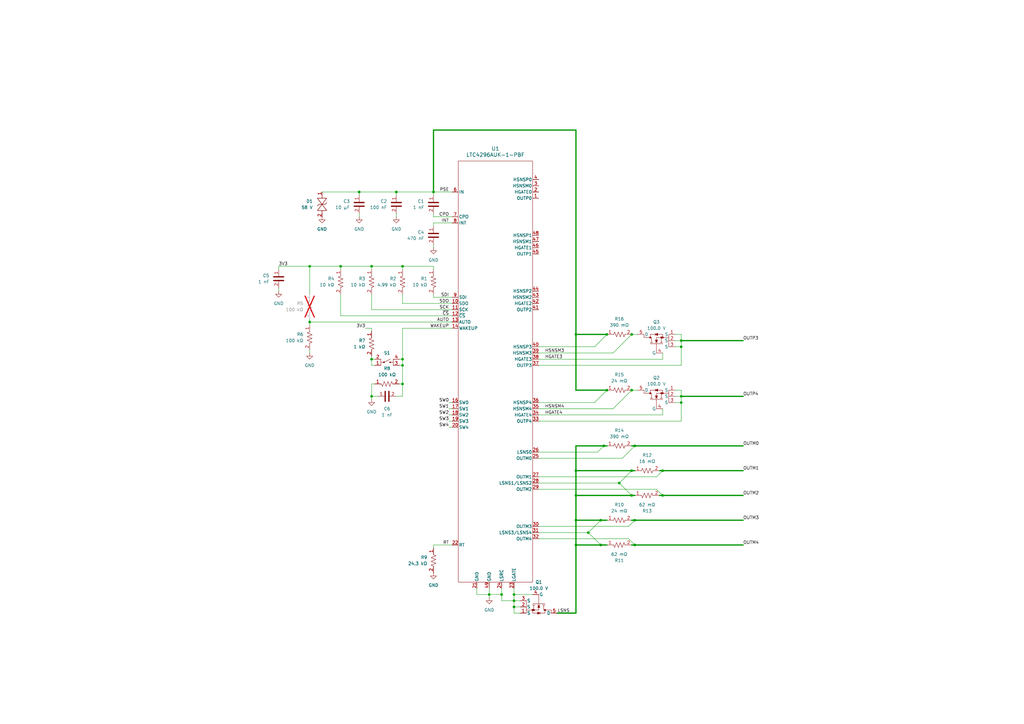
<source format=kicad_sch>
(kicad_sch (version 20250114) (generator "eeschema") (generator_version "9.0")
  (paper "A3")
  (lib_symbols
    (symbol "CAPACITORS_C1005X5R1E_DATA_BASE:C_C1005X5R1E474K050BB" (pin_names (offset 0.254))
      (property "Reference" "C" (at 0 5.08 0))
      (property "Value" "470 nF" (at 0 -5.08 0))
      (symbol "C_C1005X5R1E474K050BB_1_1"
        (pin passive line (at -3.81 0 0) (length 2.8) (name "") (number "1"))
        (pin passive line (at 3.81 0 180) (length 2.8) (name "") (number "2"))
      )
    )
    (symbol "CAPACITORS_C1005X7S2A_DATA_BASE:C_C1005X7S2A102K050BB" (pin_names (offset 0.254))
      (property "Reference" "C" (at 0 5.08 0))
      (property "Value" "1 nF" (at 0 -5.08 0))
      (symbol "C_C1005X7S2A102K050BB_1_1"
        (pin passive line (at -3.81 0 0) (length 2.8) (name "") (number "1"))
        (pin passive line (at 3.81 0 180) (length 2.8) (name "") (number "2"))
      )
    )
    (symbol "CAPACITORS_C1608X7S2A_DATA_BASE:C_C1608X7S2A104K080AB" (pin_names (offset 0.254))
      (property "Reference" "C" (at 0 5.08 0))
      (property "Value" "100 nF" (at 0 -5.08 0))
      (symbol "C_C1608X7S2A104K080AB_1_1"
        (pin passive line (at -3.81 0 0) (length 2.8) (name "") (number "1"))
        (pin passive line (at 3.81 0 180) (length 2.8) (name "") (number "2"))
      )
    )
    (symbol "CAPACITORS_GCM155R71H_DATA_BASE:C_GCM155R71H102KA37D" (pin_names (offset 0.254))
      (property "Reference" "C" (at 0 5.08 0))
      (property "Value" "1 nF" (at 0 -5.08 0))
      (symbol "C_GCM155R71H102KA37D_1_1"
        (pin passive line (at -3.81 0 0) (length 2.8) (name "") (number "1"))
        (pin passive line (at 3.81 0 180) (length 2.8) (name "") (number "2"))
      )
    )
    (symbol "CAPACITORS_GRM32EC72A_DATA_BASE:C_GRM32EC72A106KE05L" (pin_names (offset 0.254))
      (property "Reference" "C" (at 0 5.08 0))
      (property "Value" "10 µF" (at 0 -5.08 0))
      (symbol "C_GRM32EC72A106KE05L_1_1"
        (pin passive line (at -3.81 0 0) (length 2.8) (name "") (number "1"))
        (pin passive line (at 3.81 0 180) (length 2.8) (name "") (number "2"))
      )
    )
    (symbol "DIODES_SMBJ_DATA_BASE:D_SMBJ58CA" (pin_names (offset 0.254))
      (property "Reference" "D" (at 0 5.08 0))
      (property "Value" "58 V" (at 0 -5.08 0))
      (symbol "D_SMBJ58CA_1_0"
        (pin passive line (at -5.08 0 0) (length 1.27) (name "") (number "2"))
        (pin passive line (at 5.08 0 180) (length 1.27) (name "") (number "1"))
      )
    )
    (symbol "RESISTORS_ERJ-2RKF_DATA_BASE:R_ERJ-2RKF1001X" (pin_names (offset 0.254))
      (property "Reference" "R" (at 0 2.54 0))
      (property "Value" "1 kΩ" (at 0 -2.54 0))
      (symbol "R_ERJ-2RKF1001X_1_1"
        (pin passive line (at -5.08 0 0) (length 2.54) (name "") (number "1"))
        (pin passive line (at 5.08 0 180) (length 2.54) (name "") (number "2"))
      )
    )
    (symbol "RESISTORS_ERJ-2RKF_DATA_BASE:R_ERJ-2RKF1002X" (pin_names (offset 0.254))
      (property "Reference" "R" (at 0 2.54 0))
      (property "Value" "10 kΩ" (at 0 -2.54 0))
      (symbol "R_ERJ-2RKF1002X_1_1"
        (pin passive line (at -5.08 0 0) (length 2.54) (name "") (number "1"))
        (pin passive line (at 5.08 0 180) (length 2.54) (name "") (number "2"))
      )
    )
    (symbol "RESISTORS_ERJ-2RKF_DATA_BASE:R_ERJ-2RKF1003X" (pin_names (offset 0.254))
      (property "Reference" "R" (at 0 2.54 0))
      (property "Value" "100 kΩ" (at 0 -2.54 0))
      (symbol "R_ERJ-2RKF1003X_1_1"
        (pin passive line (at -5.08 0 0) (length 2.54) (name "") (number "1"))
        (pin passive line (at 5.08 0 180) (length 2.54) (name "") (number "2"))
      )
    )
    (symbol "RESISTORS_ERJ-2RKF_DATA_BASE:R_ERJ-2RKF2432X" (pin_names (offset 0.254))
      (property "Reference" "R" (at 0 2.54 0))
      (property "Value" "24.3 kΩ" (at 0 -2.54 0))
      (symbol "R_ERJ-2RKF2432X_1_1"
        (pin passive line (at -5.08 0 0) (length 2.54) (name "") (number "1"))
        (pin passive line (at 5.08 0 180) (length 2.54) (name "") (number "2"))
      )
    )
    (symbol "RESISTORS_ERJ-2RKF_DATA_BASE:R_ERJ-2RKF4991X" (pin_names (offset 0.254))
      (property "Reference" "R" (at 0 2.54 0))
      (property "Value" "4.99 kΩ" (at 0 -2.54 0))
      (symbol "R_ERJ-2RKF4991X_1_1"
        (pin passive line (at -5.08 0 0) (length 2.54) (name "") (number "1"))
        (pin passive line (at 5.08 0 180) (length 2.54) (name "") (number "2"))
      )
    )
    (symbol "RESISTORS_ERJ-B2BF_DATA_BASE:R_ERJ-B2BFR39V" (pin_names (offset 0.254))
      (property "Reference" "R" (at 0 2.54 0))
      (property "Value" "390 mΩ" (at 0 -2.54 0))
      (symbol "R_ERJ-B2BFR39V_1_1"
        (pin passive line (at -5.08 0 0) (length 2.54) (name "") (number "1"))
        (pin passive line (at 5.08 0 180) (length 2.54) (name "") (number "2"))
      )
    )
    (symbol "RESISTORS_ERJ-B2CF_DATA_BASE:R_ERJ-B2CFR024V" (pin_names (offset 0.254))
      (property "Reference" "R" (at 0 2.54 0))
      (property "Value" "24 mΩ" (at 0 -2.54 0))
      (symbol "R_ERJ-B2CFR024V_1_1"
        (pin passive line (at -5.08 0 0) (length 2.54) (name "") (number "1"))
        (pin passive line (at 5.08 0 180) (length 2.54) (name "") (number "2"))
      )
    )
    (symbol "RESISTORS_PRL1632-_DATA_BASE:R_PRL1632-R016-F-T1" (pin_names (offset 0.254))
      (property "Reference" "R" (at 0 2.54 0))
      (property "Value" "16 mΩ" (at 0 -2.54 0))
      (symbol "R_PRL1632-R016-F-T1_1_1"
        (pin passive line (at -5.08 0 0) (length 2.54) (name "") (number "1"))
        (pin passive line (at 5.08 0 180) (length 2.54) (name "") (number "2"))
      )
    )
    (symbol "RESISTORS_PRL1632-_DATA_BASE:R_PRL1632-R062-F-T1" (pin_names (offset 0.254))
      (property "Reference" "R" (at 0 2.54 0))
      (property "Value" "62 mΩ" (at 0 -2.54 0))
      (symbol "R_PRL1632-R062-F-T1_1_1"
        (pin passive line (at -5.08 0 0) (length 2.54) (name "") (number "1"))
        (pin passive line (at 5.08 0 180) (length 2.54) (name "") (number "2"))
      )
    )
    (symbol "TACTILE_SWITCHES_TS21-34-035-BK-160-SMT-TR_DATA_BASE:S_TS21-34-035-BK-160-SMT-TR" (pin_names (offset 0.254))
      (property "Reference" "S" (at 2 5.08 0))
      (property "Value" "TS21-34-035-BK-160-SMT-TR" (at 2 -5.08 0))
      (symbol "S_TS21-34-035-BK-160-SMT-TR_0_0"
        (pin passive line (at -1.27 5.08 270) (length 2.54) (name "") (number "1"))
        (pin passive line (at -1.27 -5.08 90) (length 2.54) (name "") (number "3"))
        (pin passive line (at 1.27 5.08 270) (length 2.54) (name "") (number "2"))
        (pin passive line (at 1.27 -5.08 90) (length 2.54) (name "") (number "4"))
      )
    )
    (symbol "TRANSISTORS_PSMN040-100MSEX_DATA_BASE:Q_PSMN040-100MSEX" (pin_names (offset 0.254))
      (property "Reference" "Q" (at 0 7.62 0))
      (property "Value" "100.0 V" (at 0 -7.62 0))
      (symbol "Q_PSMN040-100MSEX_1_0"
        (pin passive line (at -7.62 1.27 0) (length 2.54) (name "D") (number "5"))
        (pin passive line (at 2.54 -6.35 180) (length 2.54) (name "G") (number "4"))
        (pin passive line (at 7.62 1.27 180) (length 2.54) (name "S") (number "1"))
        (pin passive line (at 7.62 -1.27 180) (length 2.54) (name "S") (number "2"))
        (pin passive line (at 7.62 -3.81 180) (length 2.54) (name "S") (number "3"))
      )
    )
    (symbol "TRANSISTORS_PSMN075-100MSEX_DATA_BASE:Q_PSMN075-100MSEX" (pin_names (offset 0.254))
      (property "Reference" "Q" (at 0 7.62 0))
      (property "Value" "100.0 V" (at 0 -7.62 0))
      (symbol "Q_PSMN075-100MSEX_1_0"
        (pin passive line (at -7.62 1.27 0) (length 2.54) (name "D") (number "5"))
        (pin passive line (at 2.54 -6.35 180) (length 2.54) (name "G") (number "4"))
        (pin passive line (at 7.62 1.27 180) (length 2.54) (name "S") (number "1"))
        (pin passive line (at 7.62 -1.27 180) (length 2.54) (name "S") (number "2"))
        (pin passive line (at 7.62 -3.81 180) (length 2.54) (name "S") (number "3"))
      )
    )
    (symbol "UNITED_IC_ADI:U_LTC4296AUK-1-PBF" (pin_names (offset 0.254))
      (property "Reference" "U" (at 15.24 91.44 0))
      (property "Value" "LTC4296AUK-1-PBF" (at 15.24 88.9 0))
      (symbol "U_LTC4296AUK-1-PBF_0_1"
        (pin power_in line (at -17.78 73.66 0) (length 2.52) (name "IN") (number "6"))
        (pin output line (at -17.78 63.5 0) (length 2.52) (name "CPO") (number "7"))
        (pin power_in line (at -17.78 60.96 0) (length 2.52) (name "INT") (number "8"))
        (pin input line (at -17.78 30.48 0) (length 2.52) (name "SDI") (number "9"))
        (pin output line (at -17.78 27.94 0) (length 2.52) (name "SDO") (number "10"))
        (pin input line (at -17.78 25.4 0) (length 2.52) (name "SCK") (number "11"))
        (pin unspecified line (at -17.78 20.32 0) (length 2.52) (name "AUTO") (number "13"))
        (pin unspecified line (at -17.78 17.78 0) (length 2.52) (name "WAKEUP") (number "14"))
        (pin output line (at -17.78 -12.7 0) (length 2.52) (name "SW0") (number "16"))
        (pin output line (at -17.78 -15.24 0) (length 2.52) (name "SW1") (number "17"))
        (pin output line (at -17.78 -17.78 0) (length 2.52) (name "SW2") (number "18"))
        (pin output line (at -17.78 -20.32 0) (length 2.52) (name "SW3") (number "19"))
        (pin output line (at -17.78 -22.86 0) (length 2.52) (name "SW4") (number "20"))
        (pin unspecified line (at -17.78 -71.12 0) (length 2.52) (name "RT") (number "22"))
        (pin power_out line (at -7.62 -88.9 90) (length 2.52) (name "GND") (number "21"))
        (pin power_out line (at -2.54 -88.9 90) (length 2.52) (name "GND") (number "49"))
        (pin unspecified line (at 2.54 -88.9 90) (length 2.52) (name "LSRC") (number "24"))
        (pin unspecified line (at 7.62 -88.9 90) (length 2.52) (name "LGATE") (number "23"))
        (pin input line (at 17.78 78.74 180) (length 2.52) (name "HSNSP0") (number "4"))
        (pin input line (at 17.78 76.2 180) (length 2.52) (name "HSNSM0") (number "3"))
        (pin unspecified line (at 17.78 73.66 180) (length 2.52) (name "HGATE0") (number "2"))
        (pin output line (at 17.78 71.12 180) (length 2.52) (name "OUTP0") (number "1"))
        (pin input line (at 17.78 55.88 180) (length 2.52) (name "HSNSP1") (number "48"))
        (pin input line (at 17.78 53.34 180) (length 2.52) (name "HSNSM1") (number "47"))
        (pin unspecified line (at 17.78 50.8 180) (length 2.52) (name "HGATE1") (number "46"))
        (pin output line (at 17.78 48.26 180) (length 2.52) (name "OUTP1") (number "45"))
        (pin input line (at 17.78 33.02 180) (length 2.52) (name "HSNSP2") (number "44"))
        (pin input line (at 17.78 30.48 180) (length 2.52) (name "HSNSM2") (number "43"))
        (pin unspecified line (at 17.78 27.94 180) (length 2.52) (name "HGATE2") (number "42"))
        (pin output line (at 17.78 25.4 180) (length 2.52) (name "OUTP2") (number "41"))
        (pin input line (at 17.78 10.16 180) (length 2.52) (name "HSNSP3") (number "40"))
        (pin input line (at 17.78 7.62 180) (length 2.52) (name "HSNSM3") (number "39"))
        (pin unspecified line (at 17.78 5.08 180) (length 2.52) (name "HGATE3") (number "38"))
        (pin output line (at 17.78 2.54 180) (length 2.52) (name "OUTP3") (number "37"))
        (pin input line (at 17.78 -12.7 180) (length 2.52) (name "HSNSP4") (number "36"))
        (pin input line (at 17.78 -15.24 180) (length 2.52) (name "HSNSM4") (number "35"))
        (pin unspecified line (at 17.78 -17.78 180) (length 2.52) (name "HGATE4") (number "34"))
        (pin output line (at 17.78 -20.32 180) (length 2.52) (name "OUTP4") (number "33"))
        (pin input line (at 17.78 -33.02 180) (length 2.52) (name "LSNS0") (number "26"))
        (pin output line (at 17.78 -35.56 180) (length 2.52) (name "OUTM0") (number "25"))
        (pin output line (at 17.78 -43.18 180) (length 2.52) (name "OUTM1") (number "27"))
        (pin input line (at 17.78 -45.72 180) (length 2.52) (name "LSNS1/LSNS2") (number "28"))
        (pin output line (at 17.78 -48.26 180) (length 2.52) (name "OUTM2") (number "29"))
        (pin output line (at 17.78 -63.5 180) (length 2.52) (name "OUTM3") (number "30"))
        (pin input line (at 17.78 -66.04 180) (length 2.52) (name "LSNS3/LSNS4") (number "31"))
        (pin output line (at 17.78 -68.58 180) (length 2.52) (name "OUTM4") (number "32"))
      )
      (symbol "U_LTC4296AUK-1-PBF_1_1"
        (pin input line (at -17.78 22.86 0) (length 2.52) (name "~{CS}") (number "12"))
        (pin no_connect line (at -5.08 -88.9 90) (length 2.52) (hide yes) (name "DNC") (number "5"))
        (pin no_connect line (at 0 -88.9 90) (length 2.52) (hide yes) (name "DNC") (number "15"))
      )
    )
    (symbol "power:GND" (power) (pin_numbers (hide yes)) (pin_names (offset 0) (hide yes))
      (property "Value" "GND" (at 0 -3.81 0))
      (symbol "GND_1_1"
        (pin power_in line (at 0 0 270) (length 0) (name "~") (number "1"))
      )
    )
  )
  (junction (at 271.78 193.04))
  (junction (at 236.22 213.36))
  (junction (at 177.8 78.74))
  (junction (at 165.1 109.22))
  (junction (at 247.65 182.88))
  (junction (at 248.92 160.02))
  (junction (at 246.38 213.36))
  (junction (at 259.08 137.16))
  (junction (at 259.08 193.04))
  (junction (at 260.35 213.36))
  (junction (at 236.22 203.2))
  (junction (at 279.4 142.24))
  (junction (at 260.35 182.88))
  (junction (at 152.4 162.56))
  (junction (at 246.38 223.52))
  (junction (at 236.22 193.04))
  (junction (at 165.1 157.48))
  (junction (at 210.82 243.84))
  (junction (at 139.7 109.22))
  (junction (at 210.82 248.92))
  (junction (at 152.4 109.22))
  (junction (at 279.4 162.56))
  (junction (at 147.32 78.74))
  (junction (at 271.78 203.2))
  (junction (at 260.35 223.52))
  (junction (at 200.66 243.84))
  (junction (at 259.08 160.02))
  (junction (at 279.4 139.7))
  (junction (at 162.56 78.74))
  (junction (at 152.4 147.32))
  (junction (at 259.08 203.2))
  (junction (at 241.3 218.44))
  (junction (at 236.22 137.16))
  (junction (at 165.1 149.86))
  (junction (at 127 109.22))
  (junction (at 127 132.08))
  (junction (at 248.92 137.16))
  (junction (at 205.74 243.84))
  (junction (at 236.22 223.52))
  (junction (at 165.1 147.32))
  (junction (at 279.4 165.1))
  (junction (at 210.82 246.38))
  (junction (at 254 198.12))
  (wire (pts (xy 162.56 78.74) (xy 177.8 78.74)))
  (wire (pts (xy 236.22 223.52) (xy 236.22 251.46)) (stroke (width 0.508)))
  (wire (pts (xy 251.46 167.64) (xy 259.08 160.02)))
  (wire (pts (xy 165.1 147.32) (xy 165.1 149.86)))
  (wire (pts (xy 236.22 213.36) (xy 236.22 223.52)) (stroke (width 0.508)))
  (wire (pts (xy 149.86 134.62) (xy 152.4 134.62)))
  (wire (pts (xy 165.1 109.22) (xy 165.1 110.49)))
  (wire (pts (xy 243.84 142.24) (xy 248.92 137.16)))
  (wire (pts (xy 152.4 147.32) (xy 152.4 149.86)))
  (wire (pts (xy 236.22 193.04) (xy 236.22 203.2)) (stroke (width 0.508)))
  (wire (pts (xy 260.35 203.2) (xy 259.08 203.2)) (stroke (width 0.508)))
  (wire (pts (xy 236.22 137.16) (xy 248.92 137.16)) (stroke (width 0.508)))
  (wire (pts (xy 276.86 137.16) (xy 279.4 137.16)))
  (wire (pts (xy 276.86 165.1) (xy 279.4 165.1)))
  (wire (pts (xy 245.11 185.42) (xy 247.65 182.88)))
  (wire (pts (xy 147.32 78.74) (xy 162.56 78.74)))
  (wire (pts (xy 152.4 127) (xy 185.42 127)))
  (wire (pts (xy 257.81 215.9) (xy 260.35 213.36)))
  (wire (pts (xy 195.58 241.3) (xy 195.58 243.84)))
  (wire (pts (xy 228.6 251.46) (xy 236.22 251.46)) (stroke (width 0.508)))
  (wire (pts (xy 177.8 120.65) (xy 177.8 121.92)))
  (wire (pts (xy 220.98 147.32) (xy 271.78 147.32)))
  (wire (pts (xy 162.56 162.56) (xy 165.1 162.56)))
  (wire (pts (xy 184.15 175.26) (xy 185.42 175.26)))
  (wire (pts (xy 177.8 91.44) (xy 177.8 92.71)))
  (wire (pts (xy 147.32 78.74) (xy 147.32 80.01)))
  (wire (pts (xy 162.56 78.74) (xy 162.56 80.01)))
  (wire (pts (xy 152.4 149.86) (xy 153.67 149.86)))
  (wire (pts (xy 152.4 109.22) (xy 165.1 109.22)))
  (wire (pts (xy 177.8 87.63) (xy 177.8 88.9)))
  (wire (pts (xy 152.4 120.65) (xy 152.4 127)))
  (wire (pts (xy 147.32 87.63) (xy 147.32 88.9)))
  (wire (pts (xy 236.22 193.04) (xy 259.08 193.04)) (stroke (width 0.508)))
  (wire (pts (xy 260.35 213.36) (xy 259.08 213.36)) (stroke (width 0.508)))
  (wire (pts (xy 177.8 53.34) (xy 177.8 78.74)) (stroke (width 0.508)))
  (wire (pts (xy 255.27 187.96) (xy 260.35 182.88)))
  (wire (pts (xy 165.1 124.46) (xy 185.42 124.46)))
  (wire (pts (xy 177.8 223.52) (xy 177.8 224.79)))
  (wire (pts (xy 205.74 241.3) (xy 205.74 243.84)))
  (wire (pts (xy 236.22 203.2) (xy 259.08 203.2)) (stroke (width 0.508)))
  (wire (pts (xy 165.1 120.65) (xy 165.1 124.46)))
  (wire (pts (xy 132.08 78.74) (xy 147.32 78.74)))
  (wire (pts (xy 248.92 213.36) (xy 246.38 213.36)) (stroke (width 0.508)))
  (wire (pts (xy 127 132.08) (xy 127 133.35)))
  (wire (pts (xy 152.4 109.22) (xy 152.4 110.49)))
  (wire (pts (xy 251.46 144.78) (xy 259.08 137.16)))
  (wire (pts (xy 276.86 142.24) (xy 279.4 142.24)))
  (wire (pts (xy 177.8 78.74) (xy 177.8 80.01)))
  (wire (pts (xy 177.8 121.92) (xy 185.42 121.92)))
  (wire (pts (xy 200.66 243.84) (xy 205.74 243.84)))
  (wire (pts (xy 260.35 223.52) (xy 304.8 223.52)) (stroke (width 0.508)))
  (wire (pts (xy 177.8 91.44) (xy 185.42 91.44)))
  (wire (pts (xy 184.15 167.64) (xy 185.42 167.64)))
  (wire (pts (xy 177.8 109.22) (xy 177.8 110.49)))
  (wire (pts (xy 210.82 248.92) (xy 210.82 251.46)))
  (wire (pts (xy 200.66 241.3) (xy 200.66 243.84)))
  (wire (pts (xy 152.4 162.56) (xy 154.94 162.56)))
  (wire (pts (xy 163.83 157.48) (xy 165.1 157.48)))
  (wire (pts (xy 236.22 160.02) (xy 248.92 160.02)) (stroke (width 0.508)))
  (wire (pts (xy 210.82 251.46) (xy 213.36 251.46)))
  (wire (pts (xy 152.4 157.48) (xy 153.67 157.48)))
  (wire (pts (xy 220.98 172.72) (xy 279.4 172.72)))
  (wire (pts (xy 269.24 195.58) (xy 271.78 193.04)))
  (wire (pts (xy 279.4 162.56) (xy 279.4 165.1)))
  (wire (pts (xy 220.98 142.24) (xy 243.84 142.24)))
  (wire (pts (xy 177.8 53.34) (xy 236.22 53.34)) (stroke (width 0.508)))
  (wire (pts (xy 236.22 137.16) (xy 236.22 160.02)) (stroke (width 0.508)))
  (wire (pts (xy 220.98 187.96) (xy 255.27 187.96)))
  (wire (pts (xy 114.3 109.22) (xy 127 109.22)))
  (wire (pts (xy 220.98 200.66) (xy 269.24 200.66)))
  (wire (pts (xy 195.58 243.84) (xy 200.66 243.84)))
  (wire (pts (xy 220.98 144.78) (xy 251.46 144.78)))
  (wire (pts (xy 220.98 215.9) (xy 257.81 215.9)))
  (wire (pts (xy 163.83 147.32) (xy 165.1 147.32)))
  (wire (pts (xy 114.3 118.11) (xy 114.3 119.38)))
  (wire (pts (xy 177.8 100.33) (xy 177.8 101.6)))
  (wire (pts (xy 210.82 248.92) (xy 213.36 248.92)))
  (wire (pts (xy 259.08 160.02) (xy 261.62 160.02)))
  (wire (pts (xy 152.4 134.62) (xy 152.4 135.89)))
  (wire (pts (xy 259.08 203.2) (xy 254 198.12)))
  (wire (pts (xy 276.86 162.56) (xy 279.4 162.56)))
  (wire (pts (xy 243.84 165.1) (xy 248.92 160.02)))
  (wire (pts (xy 205.74 243.84) (xy 205.74 246.38)))
  (wire (pts (xy 163.83 149.86) (xy 165.1 149.86)))
  (wire (pts (xy 259.08 182.88) (xy 260.35 182.88)) (stroke (width 0.508)))
  (wire (pts (xy 127 109.22) (xy 127 120.65)))
  (wire (pts (xy 127 130.81) (xy 127 132.08)))
  (wire (pts (xy 139.7 109.22) (xy 139.7 110.49)))
  (wire (pts (xy 220.98 198.12) (xy 254 198.12)))
  (wire (pts (xy 152.4 162.56) (xy 152.4 163.83)))
  (wire (pts (xy 210.82 243.84) (xy 210.82 241.3)))
  (wire (pts (xy 220.98 165.1) (xy 243.84 165.1)))
  (wire (pts (xy 184.15 170.18) (xy 185.42 170.18)))
  (wire (pts (xy 279.4 165.1) (xy 279.4 172.72)))
  (wire (pts (xy 205.74 246.38) (xy 210.82 246.38)))
  (wire (pts (xy 259.08 137.16) (xy 261.62 137.16)))
  (wire (pts (xy 165.1 134.62) (xy 165.1 147.32)))
  (wire (pts (xy 279.4 137.16) (xy 279.4 139.7)))
  (wire (pts (xy 139.7 129.54) (xy 185.42 129.54)))
  (wire (pts (xy 269.24 200.66) (xy 271.78 203.2)))
  (wire (pts (xy 270.51 193.04) (xy 271.78 193.04)) (stroke (width 0.508)))
  (wire (pts (xy 114.3 109.22) (xy 114.3 110.49)))
  (wire (pts (xy 236.22 203.2) (xy 236.22 213.36)) (stroke (width 0.508)))
  (wire (pts (xy 236.22 223.52) (xy 246.38 223.52)) (stroke (width 0.508)))
  (wire (pts (xy 279.4 142.24) (xy 279.4 149.86)))
  (wire (pts (xy 260.35 213.36) (xy 304.8 213.36)) (stroke (width 0.508)))
  (wire (pts (xy 165.1 149.86) (xy 165.1 157.48)))
  (wire (pts (xy 220.98 218.44) (xy 241.3 218.44)))
  (wire (pts (xy 162.56 87.63) (xy 162.56 88.9)))
  (wire (pts (xy 210.82 246.38) (xy 210.82 248.92)))
  (wire (pts (xy 177.8 88.9) (xy 185.42 88.9)))
  (wire (pts (xy 127 143.51) (xy 127 144.78)))
  (wire (pts (xy 236.22 182.88) (xy 236.22 193.04)) (stroke (width 0.508)))
  (wire (pts (xy 165.1 109.22) (xy 177.8 109.22)))
  (wire (pts (xy 220.98 185.42) (xy 245.11 185.42)))
  (wire (pts (xy 276.86 160.02) (xy 279.4 160.02)))
  (wire (pts (xy 177.8 223.52) (xy 185.42 223.52)))
  (wire (pts (xy 257.81 220.98) (xy 260.35 223.52)))
  (wire (pts (xy 279.4 139.7) (xy 279.4 142.24)))
  (wire (pts (xy 177.8 78.74) (xy 185.42 78.74)))
  (wire (pts (xy 220.98 170.18) (xy 271.78 170.18)))
  (wire (pts (xy 127 132.08) (xy 185.42 132.08)))
  (wire (pts (xy 127 109.22) (xy 139.7 109.22)))
  (wire (pts (xy 271.78 167.64) (xy 271.78 170.18)))
  (wire (pts (xy 236.22 213.36) (xy 246.38 213.36)) (stroke (width 0.508)))
  (wire (pts (xy 184.15 165.1) (xy 185.42 165.1)))
  (wire (pts (xy 184.15 172.72) (xy 185.42 172.72)))
  (wire (pts (xy 152.4 146.05) (xy 152.4 147.32)))
  (wire (pts (xy 260.35 182.88) (xy 304.8 182.88)) (stroke (width 0.508)))
  (wire (pts (xy 247.65 182.88) (xy 248.92 182.88)) (stroke (width 0.508)))
  (wire (pts (xy 259.08 193.04) (xy 260.35 193.04)) (stroke (width 0.508)))
  (wire (pts (xy 210.82 243.84) (xy 218.44 243.84)))
  (wire (pts (xy 241.3 218.44) (xy 246.38 213.36)))
  (wire (pts (xy 279.4 162.56) (xy 304.8 162.56)) (stroke (width 0.508)))
  (wire (pts (xy 276.86 139.7) (xy 279.4 139.7)))
  (wire (pts (xy 210.82 246.38) (xy 213.36 246.38)))
  (wire (pts (xy 271.78 193.04) (xy 304.8 193.04)) (stroke (width 0.508)))
  (wire (pts (xy 152.4 147.32) (xy 153.67 147.32)))
  (wire (pts (xy 248.92 223.52) (xy 246.38 223.52)) (stroke (width 0.508)))
  (wire (pts (xy 200.66 243.84) (xy 200.66 245.11)))
  (wire (pts (xy 165.1 157.48) (xy 165.1 162.56)))
  (wire (pts (xy 220.98 149.86) (xy 279.4 149.86)))
  (wire (pts (xy 260.35 223.52) (xy 259.08 223.52)) (stroke (width 0.508)))
  (wire (pts (xy 236.22 182.88) (xy 247.65 182.88)) (stroke (width 0.508)))
  (wire (pts (xy 139.7 109.22) (xy 152.4 109.22)))
  (wire (pts (xy 139.7 120.65) (xy 139.7 129.54)))
  (wire (pts (xy 220.98 195.58) (xy 269.24 195.58)))
  (wire (pts (xy 152.4 157.48) (xy 152.4 162.56)))
  (wire (pts (xy 220.98 220.98) (xy 257.81 220.98)))
  (wire (pts (xy 246.38 223.52) (xy 241.3 218.44)))
  (wire (pts (xy 271.78 144.78) (xy 271.78 147.32)))
  (wire (pts (xy 220.98 167.64) (xy 251.46 167.64)))
  (wire (pts (xy 279.4 160.02) (xy 279.4 162.56)))
  (wire (pts (xy 279.4 139.7) (xy 304.8 139.7)) (stroke (width 0.508)))
  (wire (pts (xy 210.82 246.38) (xy 210.82 243.84)))
  (wire (pts (xy 165.1 134.62) (xy 185.42 134.62)))
  (wire (pts (xy 271.78 203.2) (xy 304.8 203.2)) (stroke (width 0.508)))
  (wire (pts (xy 270.51 203.2) (xy 271.78 203.2)) (stroke (width 0.508)))
  (wire (pts (xy 254 198.12) (xy 259.08 193.04)))
  (wire (pts (xy 236.22 53.34) (xy 236.22 137.16)) (stroke (width 0.508)))
  (label "OUTM3" (at 304.8 213.36 0))
  (label "HSNSM3" (at 223.52 144.78 0))
  (label "INT" (at 184.15 91.44 180))
  (label "SW4" (at 184.15 175.26 180))
  (label "HSNSM4" (at 223.52 167.64 0))
  (label "~{CS}" (at 184.15 129.54 180))
  (label "OUTP3" (at 304.8 139.7 0))
  (label "3V3" (at 149.86 134.62 180))
  (label "SDO" (at 184.15 124.46 180))
  (label "OUTM2" (at 304.8 203.2 0))
  (label "WAKEUP" (at 184.15 134.62 180))
  (label "HGATE3" (at 223.52 147.32 0))
  (label "RT" (at 184.15 223.52 180))
  (label "SCK" (at 184.15 127 180))
  (label "OUTM4" (at 304.8 223.52 0))
  (label "HGATE4" (at 223.52 170.18 0))
  (label "CPO" (at 184.15 88.9 180))
  (label "SDI" (at 184.15 121.92 180))
  (label "OUTM1" (at 304.8 193.04 0))
  (label "LSNS" (at 233.68 251.46 180))
  (label "SW2" (at 184.15 170.18 180))
  (label "SW1" (at 184.15 167.64 180))
  (label "AUTO" (at 184.15 132.08 180))
  (label "OUTM0" (at 304.8 182.88 0))
  (label "OUTP4" (at 304.8 162.56 0))
  (label "SW3" (at 184.15 172.72 180))
  (label "SW0" (at 184.15 165.1 180))
  (label "PSE" (at 184.15 78.74 180))
  (label "3V3" (at 114.3 109.22 0))
  (symbol (lib_id "CAPACITORS_C1608X7S2A_DATA_BASE:C_C1608X7S2A104K080AB") (at 162.56 83.82 270) (unit 1)
    (property "Reference" "C2" (at 158.75 82.5499 90) (effects (justify right)))
    (property "Value" "100 nF" (at 158.75 85.0899 90) (effects (justify right)))
    (property "Footprint" "capacitor_footprints:C_0603_1608Metric" (effects (hide yes)))
    (property "Datasheet" "https://product.tdk.com/en/search/capacitor/ceramic/mlcc/info?part_no=C1608X7S2A104K080AB" (effects (hide yes)))
    (property "Description" "CAP SMD 100 nF X7S 10% 0603 100V" (effects (hide yes)))
    (property "Capacitor Type" "Ceramic" (effects (hide yes)))
    (property "Case Code - in" "0603" (effects (hide yes)))
    (property "Case Code - mm" "1608" (effects (hide yes)))
    (property "Dielectric" "X7S" (effects (hide yes)))
    (property "MPN" "C1608X7S2A104K080AB" (effects (hide yes)))
    (property "Manufacturer" "TDK" (effects (hide yes)))
    (property "Series" "C1608X7S2A" (effects (hide yes)))
    (property "Symbol Name" "C_C1608X7S2A104K080AB" (effects (hide yes)))
    (property "Tolerance" "10%" (effects (hide yes)))
    (property "Trustedparts Search" "https://www.trustedparts.com/en/search/C1608X7S2A104K080AB" (effects (hide yes)))
    (property "Voltage Rating" "100V" (effects (hide yes)))
  )
  (symbol (lib_id "TRANSISTORS_PSMN075-100MSEX_DATA_BASE:Q_PSMN075-100MSEX") (at 269.24 161.29 0) (unit 1)
    (property "Reference" "Q2" (at 269.24 154.94 0))
    (property "Value" "100.0 V" (at 269.24 157.48 0))
    (property "Footprint" "transistor_footprints:LFPAK33-8" (effects (hide yes)))
    (property "Datasheet" "https://assets.nexperia.com/documents/data-sheet/PSMN075-100MSE.pdf" (effects (hide yes)))
    (property "Description" "Transistor 100.0 V" (effects (hide yes)))
    (property "Collector Current (A)" "-" (effects (hide yes)))
    (property "Drain Current (A)" "18.0" (effects (hide yes)))
    (property "MPN" "PSMN075-100MSEX" (effects (hide yes)))
    (property "Manufacturer" "Nexperia" (effects (hide yes)))
    (property "Series" "PSMN075-100MSEX" (effects (hide yes)))
    (property "Symbol Name" "Q_PSMN075-100MSEX" (effects (hide yes)))
    (property "Transistor Type" "N-Channel" (effects (hide yes)))
    (property "Trustedparts Search" "https://www.trustedparts.com/en/search/PSMN075-100MSEX" (effects (hide yes)))
  )
  (symbol (lib_id "RESISTORS_ERJ-B2BF_DATA_BASE:R_ERJ-B2BFR39V") (at 254 182.88 0) (unit 1)
    (property "Reference" "R14" (at 254 176.53 0))
    (property "Value" "390 mΩ" (at 254 179.07 0))
    (property "Footprint" "resistor_footprints:R_0612_1632Metric" (effects (hide yes)))
    (property "Datasheet" "https://industrial.panasonic.com/cdbs/www-data/pdf/RDN0000/AOA0000C325.pdf" (effects (hide yes)))
    (property "Description" "RES SMD 390 mΩ 1% 0612" (effects (hide yes)))
    (property "Case Code - in" "0612" (effects (hide yes)))
    (property "Case Code - mm" "1632" (effects (hide yes)))
    (property "Component Type" "Resistor" (effects (hide yes)))
    (property "MPN" "ERJ-B2BFR39V" (effects (hide yes)))
    (property "Manufacturer" "Panasonic" (effects (hide yes)))
    (property "Series" "ERJ-B2BF" (effects (hide yes)))
    (property "Symbol Name" "R_ERJ-B2BFR39V" (effects (hide yes)))
    (property "Tolerance" "1%" (effects (hide yes)))
    (property "Trustedparts Search" "https://www.trustedparts.com/en/search/ERJ-B2BFR39V" (effects (hide yes)))
  )
  (symbol (lib_id "RESISTORS_ERJ-B2CF_DATA_BASE:R_ERJ-B2CFR024V") (at 254 160.02 0) (unit 1)
    (property "Reference" "R15" (at 254 153.67 0))
    (property "Value" "24 mΩ" (at 254 156.21 0))
    (property "Footprint" "resistor_footprints:R_0612_1632Metric" (effects (hide yes)))
    (property "Datasheet" "https://industrial.panasonic.com/cdbs/www-data/pdf/RDN0000/AOA0000C325.pdf" (effects (hide yes)))
    (property "Description" "RES SMD 24 mΩ 1% 0612" (effects (hide yes)))
    (property "Case Code - in" "0612" (effects (hide yes)))
    (property "Case Code - mm" "1632" (effects (hide yes)))
    (property "Component Type" "Resistor" (effects (hide yes)))
    (property "MPN" "ERJ-B2CFR024V" (effects (hide yes)))
    (property "Manufacturer" "Panasonic" (effects (hide yes)))
    (property "Series" "ERJ-B2CF" (effects (hide yes)))
    (property "Symbol Name" "R_ERJ-B2CFR024V" (effects (hide yes)))
    (property "Tolerance" "1%" (effects (hide yes)))
    (property "Trustedparts Search" "https://www.trustedparts.com/en/search/ERJ-B2CFR024V" (effects (hide yes)))
  )
  (symbol (lib_id "CAPACITORS_GRM32EC72A_DATA_BASE:C_GRM32EC72A106KE05L") (at 147.32 83.82 90) (mirror x) (unit 1)
    (property "Reference" "C3" (at 143.51 82.5499 90) (effects (justify left)))
    (property "Value" "10 µF" (at 143.51 85.0899 90) (effects (justify left)))
    (property "Footprint" "capacitor_footprints:C_1210_250_3225Metric" (effects (hide yes)))
    (property "Datasheet" "https://search.murata.co.jp/Ceramy/image/img/A01X/G101/ENG/GRM32EC72A106KE05-01.pdf" (effects (hide yes)))
    (property "Description" "CAP SMD 10 µF X7S 10% 1210_250 100V" (effects (hide yes)))
    (property "Capacitor Type" "Ceramic" (effects (hide yes)))
    (property "Case Code - in" "1210_250" (effects (hide yes)))
    (property "Case Code - mm" "3225" (effects (hide yes)))
    (property "Dielectric" "X7S" (effects (hide yes)))
    (property "MPN" "GRM32EC72A106KE05L" (effects (hide yes)))
    (property "Manufacturer" "Murata Electronics" (effects (hide yes)))
    (property "Series" "GRM32EC72A" (effects (hide yes)))
    (property "Symbol Name" "C_GRM32EC72A106KE05L" (effects (hide yes)))
    (property "Tolerance" "10%" (effects (hide yes)))
    (property "Trustedparts Search" "https://www.trustedparts.com/en/search/GRM32EC72A106KE05L" (effects (hide yes)))
    (property "Voltage Rating" "100V" (effects (hide yes)))
  )
  (symbol (lib_id "RESISTORS_ERJ-2RKF_DATA_BASE:R_ERJ-2RKF2432X") (at 177.8 229.87 270) (unit 1)
    (property "Reference" "R9" (at 175.26 228.5999 90) (effects (justify right)))
    (property "Value" "24.3 kΩ" (at 175.26 231.1399 90) (effects (justify right)))
    (property "Footprint" "resistor_footprints:R_0402_1005Metric" (effects (hide yes)))
    (property "Datasheet" "https://industrial.panasonic.com/cdbs/www-data/pdf/RDA0000/AOA0000C304.pdf" (effects (hide yes)))
    (property "Description" "RES SMD 24.3 kΩ 1% 0402 50V" (effects (hide yes)))
    (property "Case Code - in" "0402" (effects (hide yes)))
    (property "Case Code - mm" "1005" (effects (hide yes)))
    (property "Component Type" "Resistor" (effects (hide yes)))
    (property "MPN" "ERJ-2RKF2432X" (effects (hide yes)))
    (property "Manufacturer" "Panasonic" (effects (hide yes)))
    (property "Series" "ERJ-2RKF" (effects (hide yes)))
    (property "Symbol Name" "R_ERJ-2RKF2432X" (effects (hide yes)))
    (property "Temperature Coefficient" "100 ppm/°C" (effects (hide yes)))
    (property "Tolerance" "1%" (effects (hide yes)))
    (property "Trustedparts Search" "https://www.trustedparts.com/en/search/ERJ-2RKF2432X" (effects (hide yes)))
    (property "Voltage Rating" "50V" (effects (hide yes)))
  )
  (symbol (lib_id "TRANSISTORS_PSMN040-100MSEX_DATA_BASE:Q_PSMN040-100MSEX") (at 269.24 138.43 0) (unit 1)
    (property "Reference" "Q3" (at 269.24 132.08 0))
    (property "Value" "100.0 V" (at 269.24 134.62 0))
    (property "Footprint" "transistor_footprints:LFPAK33-8" (effects (hide yes)))
    (property "Datasheet" "https://assets.nexperia.com/documents/data-sheet/PSMN040-100MSE.pdf" (effects (hide yes)))
    (property "Description" "Transistor 100.0 V" (effects (hide yes)))
    (property "Collector Current (A)" "-" (effects (hide yes)))
    (property "Drain Current (A)" "30.0" (effects (hide yes)))
    (property "MPN" "PSMN040-100MSEX" (effects (hide yes)))
    (property "Manufacturer" "Nexperia" (effects (hide yes)))
    (property "Series" "PSMN040-100MSEX" (effects (hide yes)))
    (property "Symbol Name" "Q_PSMN040-100MSEX" (effects (hide yes)))
    (property "Transistor Type" "N-Channel" (effects (hide yes)))
    (property "Trustedparts Search" "https://www.trustedparts.com/en/search/PSMN040-100MSEX" (effects (hide yes)))
  )
  (symbol (lib_id "power:GND") (at 177.8 234.95 0) (unit 1)
    (property "Reference" "#PWR09" (effects (hide yes)))
    (property "Value" "GND" (at 177.8 240.03 0))
    (property "Description" "Power symbol creates a global label with name \"GND\" , ground" (effects (hide yes)))
  )
  (symbol (lib_id "power:GND") (at 127 144.78 0) (unit 1)
    (property "Reference" "#PWR07" (effects (hide yes)))
    (property "Value" "GND" (at 127 149.86 0))
    (property "Description" "Power symbol creates a global label with name \"GND\" , ground" (effects (hide yes)))
  )
  (symbol (lib_id "RESISTORS_ERJ-B2CF_DATA_BASE:R_ERJ-B2CFR024V") (at 254 213.36 0) (unit 1)
    (property "Reference" "R10" (at 254 207.01 0))
    (property "Value" "24 mΩ" (at 254 209.55 0))
    (property "Footprint" "resistor_footprints:R_0612_1632Metric" (effects (hide yes)))
    (property "Datasheet" "https://industrial.panasonic.com/cdbs/www-data/pdf/RDN0000/AOA0000C325.pdf" (effects (hide yes)))
    (property "Description" "RES SMD 24 mΩ 1% 0612" (effects (hide yes)))
    (property "Case Code - in" "0612" (effects (hide yes)))
    (property "Case Code - mm" "1632" (effects (hide yes)))
    (property "Component Type" "Resistor" (effects (hide yes)))
    (property "MPN" "ERJ-B2CFR024V" (effects (hide yes)))
    (property "Manufacturer" "Panasonic" (effects (hide yes)))
    (property "Series" "ERJ-B2CF" (effects (hide yes)))
    (property "Symbol Name" "R_ERJ-B2CFR024V" (effects (hide yes)))
    (property "Tolerance" "1%" (effects (hide yes)))
    (property "Trustedparts Search" "https://www.trustedparts.com/en/search/ERJ-B2CFR024V" (effects (hide yes)))
  )
  (symbol (lib_id "power:GND") (at 162.56 88.9 0) (unit 1)
    (property "Reference" "#PWR02" (effects (hide yes)))
    (property "Value" "GND" (at 162.56 93.98 0))
    (property "Description" "Power symbol creates a global label with name \"GND\" , ground" (effects (hide yes)))
  )
  (symbol (lib_id "power:GND") (at 147.32 88.9 0) (unit 1)
    (property "Reference" "#PWR03" (effects (hide yes)))
    (property "Value" "GND" (at 147.32 93.98 0))
    (property "Description" "Power symbol creates a global label with name \"GND\" , ground" (effects (hide yes)))
  )
  (symbol (lib_id "power:GND") (at 152.4 163.83 0) (unit 1)
    (property "Reference" "#PWR08" (effects (hide yes)))
    (property "Value" "GND" (at 152.4 168.91 0))
    (property "Description" "Power symbol creates a global label with name \"GND\" , ground" (effects (hide yes)))
  )
  (symbol (lib_id "RESISTORS_PRL1632-_DATA_BASE:R_PRL1632-R062-F-T1") (at 254 223.52 0) (mirror x) (unit 1)
    (property "Reference" "R11" (at 254 229.87 0))
    (property "Value" "62 mΩ" (at 254 227.33 0))
    (property "Footprint" "resistor_footprints:R_0612_1632Metric" (effects (hide yes)))
    (property "Datasheet" "https://www.susumu.co.jp/common/pdf/n_catalog_partition07_en.pdf" (effects (hide yes)))
    (property "Description" "RES SMD 62 mΩ 1% 0612" (effects (hide yes)))
    (property "Case Code - in" "0612" (effects (hide yes)))
    (property "Case Code - mm" "1632" (effects (hide yes)))
    (property "Component Type" "Resistor" (effects (hide yes)))
    (property "MPN" "PRL1632-R062-F-T1" (effects (hide yes)))
    (property "Manufacturer" "Susumu" (effects (hide yes)))
    (property "Series" "PRL1632-" (effects (hide yes)))
    (property "Symbol Name" "R_PRL1632-R062-F-T1" (effects (hide yes)))
    (property "Tolerance" "1%" (effects (hide yes)))
    (property "Trustedparts Search" "https://www.trustedparts.com/en/search/PRL1632-R062-F-T1" (effects (hide yes)))
  )
  (symbol (lib_id "RESISTORS_ERJ-2RKF_DATA_BASE:R_ERJ-2RKF1002X") (at 152.4 115.57 90) (mirror x) (unit 1)
    (property "Reference" "R3" (at 149.86 114.2999 90) (effects (justify left)))
    (property "Value" "10 kΩ" (at 149.86 116.8399 90) (effects (justify left)))
    (property "Footprint" "resistor_footprints:R_0402_1005Metric" (effects (hide yes)))
    (property "Datasheet" "https://industrial.panasonic.com/cdbs/www-data/pdf/RDA0000/AOA0000C304.pdf" (effects (hide yes)))
    (property "Description" "RES SMD 10 kΩ 1% 0402 50V" (effects (hide yes)))
    (property "Case Code - in" "0402" (effects (hide yes)))
    (property "Case Code - mm" "1005" (effects (hide yes)))
    (property "Component Type" "Resistor" (effects (hide yes)))
    (property "MPN" "ERJ-2RKF1002X" (effects (hide yes)))
    (property "Manufacturer" "Panasonic" (effects (hide yes)))
    (property "Series" "ERJ-2RKF" (effects (hide yes)))
    (property "Symbol Name" "R_ERJ-2RKF1002X" (effects (hide yes)))
    (property "Temperature Coefficient" "100 ppm/°C" (effects (hide yes)))
    (property "Tolerance" "1%" (effects (hide yes)))
    (property "Trustedparts Search" "https://www.trustedparts.com/en/search/ERJ-2RKF1002X" (effects (hide yes)))
    (property "Voltage Rating" "50V" (effects (hide yes)))
  )
  (symbol (lib_id "RESISTORS_PRL1632-_DATA_BASE:R_PRL1632-R062-F-T1") (at 265.43 203.2 0) (mirror x) (unit 1)
    (property "Reference" "R13" (at 265.43 209.55 0))
    (property "Value" "62 mΩ" (at 265.43 207.01 0))
    (property "Footprint" "resistor_footprints:R_0612_1632Metric" (effects (hide yes)))
    (property "Datasheet" "https://www.susumu.co.jp/common/pdf/n_catalog_partition07_en.pdf" (effects (hide yes)))
    (property "Description" "RES SMD 62 mΩ 1% 0612" (effects (hide yes)))
    (property "Case Code - in" "0612" (effects (hide yes)))
    (property "Case Code - mm" "1632" (effects (hide yes)))
    (property "Component Type" "Resistor" (effects (hide yes)))
    (property "MPN" "PRL1632-R062-F-T1" (effects (hide yes)))
    (property "Manufacturer" "Susumu" (effects (hide yes)))
    (property "Series" "PRL1632-" (effects (hide yes)))
    (property "Symbol Name" "R_PRL1632-R062-F-T1" (effects (hide yes)))
    (property "Tolerance" "1%" (effects (hide yes)))
    (property "Trustedparts Search" "https://www.trustedparts.com/en/search/PRL1632-R062-F-T1" (effects (hide yes)))
  )
  (symbol (lib_id "RESISTORS_ERJ-2RKF_DATA_BASE:R_ERJ-2RKF1002X") (at 177.8 115.57 90) (mirror x) (unit 1)
    (property "Reference" "R1" (at 175.26 114.2999 90) (effects (justify left)))
    (property "Value" "10 kΩ" (at 175.26 116.8399 90) (effects (justify left)))
    (property "Footprint" "resistor_footprints:R_0402_1005Metric" (effects (hide yes)))
    (property "Datasheet" "https://industrial.panasonic.com/cdbs/www-data/pdf/RDA0000/AOA0000C304.pdf" (effects (hide yes)))
    (property "Description" "RES SMD 10 kΩ 1% 0402 50V" (effects (hide yes)))
    (property "Case Code - in" "0402" (effects (hide yes)))
    (property "Case Code - mm" "1005" (effects (hide yes)))
    (property "Component Type" "Resistor" (effects (hide yes)))
    (property "MPN" "ERJ-2RKF1002X" (effects (hide yes)))
    (property "Manufacturer" "Panasonic" (effects (hide yes)))
    (property "Series" "ERJ-2RKF" (effects (hide yes)))
    (property "Symbol Name" "R_ERJ-2RKF1002X" (effects (hide yes)))
    (property "Temperature Coefficient" "100 ppm/°C" (effects (hide yes)))
    (property "Tolerance" "1%" (effects (hide yes)))
    (property "Trustedparts Search" "https://www.trustedparts.com/en/search/ERJ-2RKF1002X" (effects (hide yes)))
    (property "Voltage Rating" "50V" (effects (hide yes)))
  )
  (symbol (lib_id "RESISTORS_ERJ-2RKF_DATA_BASE:R_ERJ-2RKF1003X") (at 127 125.73 90) (mirror x) (unit 1) (dnp yes)
    (property "Reference" "R5" (at 124.46 124.4599 90) (effects (justify left)))
    (property "Value" "100 kΩ" (at 124.46 126.9999 90) (effects (justify left)))
    (property "Footprint" "resistor_footprints:R_0402_1005Metric" (effects (hide yes)))
    (property "Datasheet" "https://industrial.panasonic.com/cdbs/www-data/pdf/RDA0000/AOA0000C304.pdf" (effects (hide yes)))
    (property "Description" "RES SMD 100 kΩ 1% 0402 50V" (effects (hide yes)))
    (property "Case Code - in" "0402" (effects (hide yes)))
    (property "Case Code - mm" "1005" (effects (hide yes)))
    (property "Component Type" "Resistor" (effects (hide yes)))
    (property "MPN" "ERJ-2RKF1003X" (effects (hide yes)))
    (property "Manufacturer" "Panasonic" (effects (hide yes)))
    (property "Series" "ERJ-2RKF" (effects (hide yes)))
    (property "Symbol Name" "R_ERJ-2RKF1003X" (effects (hide yes)))
    (property "Temperature Coefficient" "100 ppm/°C" (effects (hide yes)))
    (property "Tolerance" "1%" (effects (hide yes)))
    (property "Trustedparts Search" "https://www.trustedparts.com/en/search/ERJ-2RKF1003X" (effects (hide yes)))
    (property "Voltage Rating" "50V" (effects (hide yes)))
  )
  (symbol (lib_id "RESISTORS_ERJ-B2BF_DATA_BASE:R_ERJ-B2BFR39V") (at 254 137.16 0) (unit 1)
    (property "Reference" "R16" (at 254 130.81 0))
    (property "Value" "390 mΩ" (at 254 133.35 0))
    (property "Footprint" "resistor_footprints:R_0612_1632Metric" (effects (hide yes)))
    (property "Datasheet" "https://industrial.panasonic.com/cdbs/www-data/pdf/RDN0000/AOA0000C325.pdf" (effects (hide yes)))
    (property "Description" "RES SMD 390 mΩ 1% 0612" (effects (hide yes)))
    (property "Case Code - in" "0612" (effects (hide yes)))
    (property "Case Code - mm" "1632" (effects (hide yes)))
    (property "Component Type" "Resistor" (effects (hide yes)))
    (property "MPN" "ERJ-B2BFR39V" (effects (hide yes)))
    (property "Manufacturer" "Panasonic" (effects (hide yes)))
    (property "Series" "ERJ-B2BF" (effects (hide yes)))
    (property "Symbol Name" "R_ERJ-B2BFR39V" (effects (hide yes)))
    (property "Tolerance" "1%" (effects (hide yes)))
    (property "Trustedparts Search" "https://www.trustedparts.com/en/search/ERJ-B2BFR39V" (effects (hide yes)))
  )
  (symbol (lib_id "CAPACITORS_GCM155R71H_DATA_BASE:C_GCM155R71H102KA37D") (at 114.3 114.3 90) (mirror x) (unit 1)
    (property "Reference" "C5" (at 110.49 113.0299 90) (effects (justify left)))
    (property "Value" "1 nF" (at 110.49 115.5699 90) (effects (justify left)))
    (property "Footprint" "capacitor_footprints:C_0402_1005Metric" (effects (hide yes)))
    (property "Datasheet" "https://search.murata.co.jp/Ceramy/image/img/A01X/G101/ENG/GCM155R71H102KA37-01.pdf" (effects (hide yes)))
    (property "Description" "CAP SMD 1 nF X7R 10% 0402 50V" (effects (hide yes)))
    (property "Capacitor Type" "Ceramic" (effects (hide yes)))
    (property "Case Code - in" "0402" (effects (hide yes)))
    (property "Case Code - mm" "1005" (effects (hide yes)))
    (property "Dielectric" "X7R" (effects (hide yes)))
    (property "MPN" "GCM155R71H102KA37D" (effects (hide yes)))
    (property "Manufacturer" "Murata Electronics" (effects (hide yes)))
    (property "Series" "GCM155R71H" (effects (hide yes)))
    (property "Symbol Name" "C_GCM155R71H102KA37D" (effects (hide yes)))
    (property "Tolerance" "10%" (effects (hide yes)))
    (property "Trustedparts Search" "https://www.trustedparts.com/en/search/GCM155R71H102KA37D" (effects (hide yes)))
    (property "Voltage Rating" "50V" (effects (hide yes)))
  )
  (symbol (lib_id "RESISTORS_ERJ-2RKF_DATA_BASE:R_ERJ-2RKF1002X") (at 139.7 115.57 90) (mirror x) (unit 1)
    (property "Reference" "R4" (at 137.16 114.2999 90) (effects (justify left)))
    (property "Value" "10 kΩ" (at 137.16 116.8399 90) (effects (justify left)))
    (property "Footprint" "resistor_footprints:R_0402_1005Metric" (effects (hide yes)))
    (property "Datasheet" "https://industrial.panasonic.com/cdbs/www-data/pdf/RDA0000/AOA0000C304.pdf" (effects (hide yes)))
    (property "Description" "RES SMD 10 kΩ 1% 0402 50V" (effects (hide yes)))
    (property "Case Code - in" "0402" (effects (hide yes)))
    (property "Case Code - mm" "1005" (effects (hide yes)))
    (property "Component Type" "Resistor" (effects (hide yes)))
    (property "MPN" "ERJ-2RKF1002X" (effects (hide yes)))
    (property "Manufacturer" "Panasonic" (effects (hide yes)))
    (property "Series" "ERJ-2RKF" (effects (hide yes)))
    (property "Symbol Name" "R_ERJ-2RKF1002X" (effects (hide yes)))
    (property "Temperature Coefficient" "100 ppm/°C" (effects (hide yes)))
    (property "Tolerance" "1%" (effects (hide yes)))
    (property "Trustedparts Search" "https://www.trustedparts.com/en/search/ERJ-2RKF1002X" (effects (hide yes)))
    (property "Voltage Rating" "50V" (effects (hide yes)))
  )
  (symbol (lib_id "RESISTORS_ERJ-2RKF_DATA_BASE:R_ERJ-2RKF1003X") (at 158.75 157.48 0) (mirror x) (unit 1)
    (property "Reference" "R8" (at 158.75 151.13 0))
    (property "Value" "100 kΩ" (at 158.75 153.67 0))
    (property "Footprint" "resistor_footprints:R_0402_1005Metric" (effects (hide yes)))
    (property "Datasheet" "https://industrial.panasonic.com/cdbs/www-data/pdf/RDA0000/AOA0000C304.pdf" (effects (hide yes)))
    (property "Description" "RES SMD 100 kΩ 1% 0402 50V" (effects (hide yes)))
    (property "Case Code - in" "0402" (effects (hide yes)))
    (property "Case Code - mm" "1005" (effects (hide yes)))
    (property "Component Type" "Resistor" (effects (hide yes)))
    (property "MPN" "ERJ-2RKF1003X" (effects (hide yes)))
    (property "Manufacturer" "Panasonic" (effects (hide yes)))
    (property "Series" "ERJ-2RKF" (effects (hide yes)))
    (property "Symbol Name" "R_ERJ-2RKF1003X" (effects (hide yes)))
    (property "Temperature Coefficient" "100 ppm/°C" (effects (hide yes)))
    (property "Tolerance" "1%" (effects (hide yes)))
    (property "Trustedparts Search" "https://www.trustedparts.com/en/search/ERJ-2RKF1003X" (effects (hide yes)))
    (property "Voltage Rating" "50V" (effects (hide yes)))
  )
  (symbol (lib_id "UNITED_IC_ADI:U_LTC4296AUK-1-PBF") (at 203.2 152.4 0) (unit 1)
    (property "Reference" "U1" (at 203.2 60.96 0) (effects (font (size 1.524 1.524))))
    (property "Value" "LTC4296AUK-1-PBF" (at 203.2 63.5 0) (effects (font (size 1.524 1.524))))
    (property "Footprint" "analog_devices_footprints:QFN48_05-08-7073_ADI" (effects (hide yes)))
    (property "Datasheet" "https://www.analog.com/media/en/technical-documentation/data-sheets/ltc4296-1.pdf" (effects (hide yes)))
    (property "Description" "5-Port SPoE PSE Controller" (effects (hide yes)))
    (property "MPN" "LTC4296AUK-1-PBF" (effects (hide yes)))
  )
  (symbol (lib_id "RESISTORS_ERJ-2RKF_DATA_BASE:R_ERJ-2RKF1003X") (at 127 138.43 90) (mirror x) (unit 1)
    (property "Reference" "R6" (at 124.46 137.1599 90) (effects (justify left)))
    (property "Value" "100 kΩ" (at 124.46 139.6999 90) (effects (justify left)))
    (property "Footprint" "resistor_footprints:R_0402_1005Metric" (effects (hide yes)))
    (property "Datasheet" "https://industrial.panasonic.com/cdbs/www-data/pdf/RDA0000/AOA0000C304.pdf" (effects (hide yes)))
    (property "Description" "RES SMD 100 kΩ 1% 0402 50V" (effects (hide yes)))
    (property "Case Code - in" "0402" (effects (hide yes)))
    (property "Case Code - mm" "1005" (effects (hide yes)))
    (property "Component Type" "Resistor" (effects (hide yes)))
    (property "MPN" "ERJ-2RKF1003X" (effects (hide yes)))
    (property "Manufacturer" "Panasonic" (effects (hide yes)))
    (property "Series" "ERJ-2RKF" (effects (hide yes)))
    (property "Symbol Name" "R_ERJ-2RKF1003X" (effects (hide yes)))
    (property "Temperature Coefficient" "100 ppm/°C" (effects (hide yes)))
    (property "Tolerance" "1%" (effects (hide yes)))
    (property "Trustedparts Search" "https://www.trustedparts.com/en/search/ERJ-2RKF1003X" (effects (hide yes)))
    (property "Voltage Rating" "50V" (effects (hide yes)))
  )
  (symbol (lib_id "CAPACITORS_C1005X5R1E_DATA_BASE:C_C1005X5R1E474K050BB") (at 177.8 96.52 90) (mirror x) (unit 1)
    (property "Reference" "C4" (at 173.99 95.2499 90) (effects (justify left)))
    (property "Value" "470 nF" (at 173.99 97.7899 90) (effects (justify left)))
    (property "Footprint" "capacitor_footprints:C_0402_1005Metric" (effects (hide yes)))
    (property "Datasheet" "https://product.tdk.com/en/search/capacitor/ceramic/mlcc/info?part_no=C1005X5R1E474K050BB" (effects (hide yes)))
    (property "Description" "CAP SMD 470 nF X5R 10% 0402 25V" (effects (hide yes)))
    (property "Capacitor Type" "Ceramic" (effects (hide yes)))
    (property "Case Code - in" "0402" (effects (hide yes)))
    (property "Case Code - mm" "1005" (effects (hide yes)))
    (property "Dielectric" "X5R" (effects (hide yes)))
    (property "MPN" "C1005X5R1E474K050BB" (effects (hide yes)))
    (property "Manufacturer" "TDK" (effects (hide yes)))
    (property "Series" "C1005X5R1E" (effects (hide yes)))
    (property "Symbol Name" "C_C1005X5R1E474K050BB" (effects (hide yes)))
    (property "Tolerance" "10%" (effects (hide yes)))
    (property "Trustedparts Search" "https://www.trustedparts.com/en/search/C1005X5R1E474K050BB" (effects (hide yes)))
    (property "Voltage Rating" "25V" (effects (hide yes)))
  )
  (symbol (lib_id "RESISTORS_PRL1632-_DATA_BASE:R_PRL1632-R016-F-T1") (at 265.43 193.04 0) (unit 1)
    (property "Reference" "R12" (at 265.43 186.69 0))
    (property "Value" "16 mΩ" (at 265.43 189.23 0))
    (property "Footprint" "resistor_footprints:R_0612_1632Metric" (effects (hide yes)))
    (property "Datasheet" "https://www.susumu.co.jp/common/pdf/n_catalog_partition07_en.pdf" (effects (hide yes)))
    (property "Description" "RES SMD 16 mΩ 1% 0612" (effects (hide yes)))
    (property "Case Code - in" "0612" (effects (hide yes)))
    (property "Case Code - mm" "1632" (effects (hide yes)))
    (property "Component Type" "Resistor" (effects (hide yes)))
    (property "MPN" "PRL1632-R016-F-T1" (effects (hide yes)))
    (property "Manufacturer" "Susumu" (effects (hide yes)))
    (property "Series" "PRL1632-" (effects (hide yes)))
    (property "Symbol Name" "R_PRL1632-R016-F-T1" (effects (hide yes)))
    (property "Tolerance" "1%" (effects (hide yes)))
    (property "Trustedparts Search" "https://www.trustedparts.com/en/search/PRL1632-R016-F-T1" (effects (hide yes)))
  )
  (symbol (lib_id "power:GND") (at 200.66 245.11 0) (unit 1)
    (property "Reference" "#PWR01" (effects (hide yes)))
    (property "Value" "GND" (at 200.66 250.19 0))
    (property "Description" "Power symbol creates a global label with name \"GND\" , ground" (effects (hide yes)))
  )
  (symbol (lib_id "TRANSISTORS_PSMN075-100MSEX_DATA_BASE:Q_PSMN075-100MSEX") (at 220.98 250.19 180) (unit 1)
    (property "Reference" "Q1" (at 220.98 238.76 0))
    (property "Value" "100.0 V" (at 220.98 241.3 0))
    (property "Footprint" "transistor_footprints:LFPAK33-8" (effects (hide yes)))
    (property "Datasheet" "https://assets.nexperia.com/documents/data-sheet/PSMN075-100MSE.pdf" (effects (hide yes)))
    (property "Description" "Transistor 100.0 V" (effects (hide yes)))
    (property "Collector Current (A)" "-" (effects (hide yes)))
    (property "Drain Current (A)" "18.0" (effects (hide yes)))
    (property "MPN" "PSMN075-100MSEX" (effects (hide yes)))
    (property "Manufacturer" "Nexperia" (effects (hide yes)))
    (property "Series" "PSMN075-100MSEX" (effects (hide yes)))
    (property "Symbol Name" "Q_PSMN075-100MSEX" (effects (hide yes)))
    (property "Transistor Type" "N-Channel" (effects (hide yes)))
    (property "Trustedparts Search" "https://www.trustedparts.com/en/search/PSMN075-100MSEX" (effects (hide yes)))
  )
  (symbol (lib_id "power:GND") (at 132.08 88.9 0) (unit 1)
    (property "Reference" "#PWR04" (effects (hide yes)))
    (property "Value" "GND" (at 132.08 93.98 0))
    (property "Description" "Power symbol creates a global label with name \"GND\" , ground" (effects (hide yes)))
  )
  (symbol (lib_id "DIODES_SMBJ_DATA_BASE:D_SMBJ58CA") (at 132.08 83.82 90) (unit 1)
    (property "Reference" "D1" (at 128.27 82.5499 90) (effects (justify left)))
    (property "Value" "58 V" (at 128.27 85.0899 90) (effects (justify left)))
    (property "Footprint" "diode_footprints:DO-214AA" (effects (hide yes)))
    (property "Datasheet" "https://www.littelfuse.com/assetdocs/tvs-diodes-smbj-series-datasheet?assetguid=09a6ae9a-73cb-4ac4-acac-e6dab92ab953" (effects (hide yes)))
    (property "Description" "Bidirectional TVS SMD 58 V" (effects (hide yes)))
    (property "Diode Type" "Bidirectional TVS" (effects (hide yes)))
    (property "MPN" "SMBJ58CA" (effects (hide yes)))
    (property "Manufacturer" "Littelfuse" (effects (hide yes)))
    (property "Maximum DC Current (A)" "0.0" (effects (hide yes)))
    (property "Series" "SMBJ" (effects (hide yes)))
    (property "Symbol Name" "D_SMBJ58CA" (effects (hide yes)))
    (property "Trustedparts Search" "https://www.trustedparts.com/en/search/SMBJ58CA" (effects (hide yes)))
  )
  (symbol (lib_id "power:GND") (at 177.8 101.6 0) (unit 1)
    (property "Reference" "#PWR05" (effects (hide yes)))
    (property "Value" "GND" (at 177.8 106.68 0))
    (property "Description" "Power symbol creates a global label with name \"GND\" , ground" (effects (hide yes)))
  )
  (symbol (lib_id "CAPACITORS_GCM155R71H_DATA_BASE:C_GCM155R71H102KA37D") (at 158.75 162.56 0) (unit 1)
    (property "Reference" "C6" (at 158.75 167.64 0))
    (property "Value" "1 nF" (at 158.75 170.18 0))
    (property "Footprint" "capacitor_footprints:C_0402_1005Metric" (effects (hide yes)))
    (property "Datasheet" "https://search.murata.co.jp/Ceramy/image/img/A01X/G101/ENG/GCM155R71H102KA37-01.pdf" (effects (hide yes)))
    (property "Description" "CAP SMD 1 nF X7R 10% 0402 50V" (effects (hide yes)))
    (property "Capacitor Type" "Ceramic" (effects (hide yes)))
    (property "Case Code - in" "0402" (effects (hide yes)))
    (property "Case Code - mm" "1005" (effects (hide yes)))
    (property "Dielectric" "X7R" (effects (hide yes)))
    (property "MPN" "GCM155R71H102KA37D" (effects (hide yes)))
    (property "Manufacturer" "Murata Electronics" (effects (hide yes)))
    (property "Series" "GCM155R71H" (effects (hide yes)))
    (property "Symbol Name" "C_GCM155R71H102KA37D" (effects (hide yes)))
    (property "Tolerance" "10%" (effects (hide yes)))
    (property "Trustedparts Search" "https://www.trustedparts.com/en/search/GCM155R71H102KA37D" (effects (hide yes)))
    (property "Voltage Rating" "50V" (effects (hide yes)))
  )
  (symbol (lib_id "RESISTORS_ERJ-2RKF_DATA_BASE:R_ERJ-2RKF1001X") (at 152.4 140.97 90) (mirror x) (unit 1)
    (property "Reference" "R7" (at 149.86 139.6999 90) (effects (justify left)))
    (property "Value" "1 kΩ" (at 149.86 142.2399 90) (effects (justify left)))
    (property "Footprint" "resistor_footprints:R_0402_1005Metric" (effects (hide yes)))
    (property "Datasheet" "https://industrial.panasonic.com/cdbs/www-data/pdf/RDA0000/AOA0000C304.pdf" (effects (hide yes)))
    (property "Description" "RES SMD 1 kΩ 1% 0402 50V" (effects (hide yes)))
    (property "Case Code - in" "0402" (effects (hide yes)))
    (property "Case Code - mm" "1005" (effects (hide yes)))
    (property "Component Type" "Resistor" (effects (hide yes)))
    (property "MPN" "ERJ-2RKF1001X" (effects (hide yes)))
    (property "Manufacturer" "Panasonic" (effects (hide yes)))
    (property "Series" "ERJ-2RKF" (effects (hide yes)))
    (property "Symbol Name" "R_ERJ-2RKF1001X" (effects (hide yes)))
    (property "Temperature Coefficient" "100 ppm/°C" (effects (hide yes)))
    (property "Tolerance" "1%" (effects (hide yes)))
    (property "Trustedparts Search" "https://www.trustedparts.com/en/search/ERJ-2RKF1001X" (effects (hide yes)))
    (property "Voltage Rating" "50V" (effects (hide yes)))
  )
  (symbol (lib_id "RESISTORS_ERJ-2RKF_DATA_BASE:R_ERJ-2RKF4991X") (at 165.1 115.57 90) (mirror x) (unit 1)
    (property "Reference" "R2" (at 162.56 114.2999 90) (effects (justify left)))
    (property "Value" "4.99 kΩ" (at 162.56 116.8399 90) (effects (justify left)))
    (property "Footprint" "resistor_footprints:R_0402_1005Metric" (effects (hide yes)))
    (property "Datasheet" "https://industrial.panasonic.com/cdbs/www-data/pdf/RDA0000/AOA0000C304.pdf" (effects (hide yes)))
    (property "Description" "RES SMD 4.99 kΩ 1% 0402 50V" (effects (hide yes)))
    (property "Case Code - in" "0402" (effects (hide yes)))
    (property "Case Code - mm" "1005" (effects (hide yes)))
    (property "Component Type" "Resistor" (effects (hide yes)))
    (property "MPN" "ERJ-2RKF4991X" (effects (hide yes)))
    (property "Manufacturer" "Panasonic" (effects (hide yes)))
    (property "Series" "ERJ-2RKF" (effects (hide yes)))
    (property "Symbol Name" "R_ERJ-2RKF4991X" (effects (hide yes)))
    (property "Temperature Coefficient" "100 ppm/°C" (effects (hide yes)))
    (property "Tolerance" "1%" (effects (hide yes)))
    (property "Trustedparts Search" "https://www.trustedparts.com/en/search/ERJ-2RKF4991X" (effects (hide yes)))
    (property "Voltage Rating" "50V" (effects (hide yes)))
  )
  (symbol (lib_id "CAPACITORS_C1005X7S2A_DATA_BASE:C_C1005X7S2A102K050BB") (at 177.8 83.82 90) (mirror x) (unit 1)
    (property "Reference" "C1" (at 173.99 82.5499 90) (effects (justify left)))
    (property "Value" "1 nF" (at 173.99 85.0899 90) (effects (justify left)))
    (property "Footprint" "capacitor_footprints:C_0402_1005Metric" (effects (hide yes)))
    (property "Datasheet" "https://product.tdk.com/en/search/capacitor/ceramic/mlcc/info?part_no=C1005X7S2A102K050BB" (effects (hide yes)))
    (property "Description" "CAP SMD 1 nF X7S 10% 0402 100V" (effects (hide yes)))
    (property "Capacitor Type" "Ceramic" (effects (hide yes)))
    (property "Case Code - in" "0402" (effects (hide yes)))
    (property "Case Code - mm" "1005" (effects (hide yes)))
    (property "Dielectric" "X7S" (effects (hide yes)))
    (property "MPN" "C1005X7S2A102K050BB" (effects (hide yes)))
    (property "Manufacturer" "TDK" (effects (hide yes)))
    (property "Series" "C1005X7S2A" (effects (hide yes)))
    (property "Symbol Name" "C_C1005X7S2A102K050BB" (effects (hide yes)))
    (property "Tolerance" "10%" (effects (hide yes)))
    (property "Trustedparts Search" "https://www.trustedparts.com/en/search/C1005X7S2A102K050BB" (effects (hide yes)))
    (property "Voltage Rating" "100V" (effects (hide yes)))
  )
  (symbol (lib_id "TACTILE_SWITCHES_TS21-34-035-BK-160-SMT-TR_DATA_BASE:S_TS21-34-035-BK-160-SMT-TR") (at 158.75 148.59 90) (unit 1)
    (property "Reference" "S1" (at 158.75 144.78 90))
    (property "Value" "TS21-34-035-BK-160-SMT-TR" (effects (hide yes)))
    (property "Footprint" "tactile_switches_footprints:TS21" (effects (hide yes)))
    (property "Datasheet" "https://www.sameskydevices.com/product/resource/ts21.pdf" (effects (hide yes)))
    (property "Description" "Same Sky Vertical mounting,  Surface Mount," (effects (hide yes)))
    (property "MPN" "TS21-34-035-BK-160-SMT-TR" (effects (hide yes)))
    (property "Manufacturer" "Same Sky" (effects (hide yes)))
    (property "Mounting Angle" "Vertical" (effects (hide yes)))
    (property "Mounting Style" "Surface Mount" (effects (hide yes)))
    (property "Number of Rows" "2" (effects (hide yes)))
    (property "Pin Count" "2" (effects (hide yes)))
    (property "Series" "TS21-34-035-BK-160-SMT-TR" (effects (hide yes)))
    (property "Symbol Name" "S_TS21-34-035-BK-160-SMT-TR" (effects (hide yes)))
    (property "Trustedparts Search" "https://www.trustedparts.com/en/search/TS21-34-035-BK-160-SMT-TR" (effects (hide yes)))
  )
  (symbol (lib_id "power:GND") (at 114.3 119.38 0) (unit 1)
    (property "Reference" "#PWR06" (effects (hide yes)))
    (property "Value" "GND" (at 114.3 124.46 0))
    (property "Description" "Power symbol creates a global label with name \"GND\" , ground" (effects (hide yes)))
  )
)
</source>
